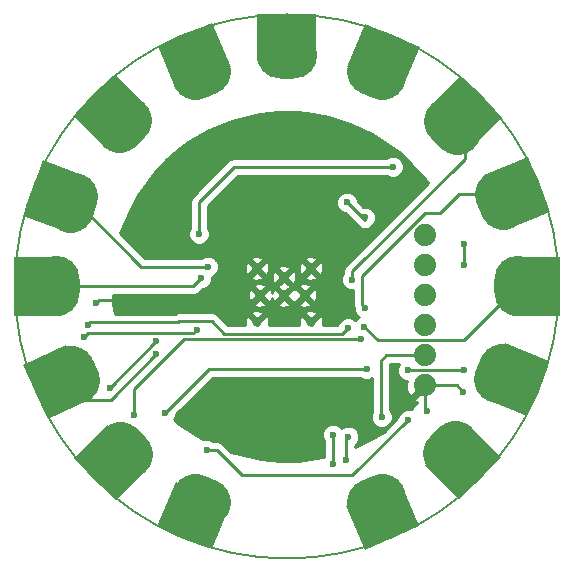
<source format=gbr>
G04 #@! TF.FileFunction,Copper,L2,Bot,Signal*
%FSLAX46Y46*%
G04 Gerber Fmt 4.6, Leading zero omitted, Abs format (unit mm)*
G04 Created by KiCad (PCBNEW 4.0.4-stable) date 01/19/17 13:05:08*
%MOMM*%
%LPD*%
G01*
G04 APERTURE LIST*
%ADD10C,0.100000*%
%ADD11C,0.150000*%
%ADD12C,0.800000*%
%ADD13C,1.879600*%
%ADD14C,4.000000*%
%ADD15O,5.100000X4.000000*%
%ADD16O,4.000000X5.100000*%
%ADD17C,0.600000*%
%ADD18C,0.250000*%
G04 APERTURE END LIST*
D10*
D11*
X107358112Y-144526000D02*
G75*
G03X107358112Y-144526000I-23030112J0D01*
G01*
D12*
X81788000Y-147574000D03*
X86360000Y-147574000D03*
X85852000Y-145288000D03*
X84074000Y-143764000D03*
X86360000Y-143002000D03*
X84074000Y-145288000D03*
X82042000Y-145288000D03*
X81788000Y-143002000D03*
D13*
X96012000Y-152908000D03*
X96012000Y-150368000D03*
X96012000Y-147828000D03*
X96012000Y-145288000D03*
X96012000Y-142748000D03*
X96012000Y-140208000D03*
D14*
X70882934Y-130408328D02*
X70105116Y-131186146D01*
D10*
G36*
X69769948Y-126537624D02*
X72598376Y-129366052D01*
X69062842Y-132901586D01*
X66234414Y-130073158D01*
X69769948Y-126537624D01*
X69769948Y-126537624D01*
G37*
D14*
X98699672Y-131334934D02*
X97921854Y-130557116D01*
D10*
G36*
X102570376Y-130221948D02*
X99741948Y-133050376D01*
X96206414Y-129514842D01*
X99034842Y-126686414D01*
X102570376Y-130221948D01*
X102570376Y-130221948D01*
G37*
D14*
X92386995Y-126740505D02*
X91374439Y-126310701D01*
D10*
G36*
X95558916Y-124258572D02*
X93995992Y-127940592D01*
X89393468Y-125986936D01*
X90956392Y-122304916D01*
X95558916Y-124258572D01*
X95558916Y-124258572D01*
G37*
D14*
X97773066Y-158643672D02*
X98550884Y-157865854D01*
D10*
G36*
X98886052Y-162514376D02*
X96057624Y-159685948D01*
X99593158Y-156150414D01*
X102421586Y-158978842D01*
X98886052Y-162514376D01*
X98886052Y-162514376D01*
G37*
D15*
X84327999Y-124968000D03*
D10*
G36*
X86828000Y-121444000D02*
X86828000Y-125444000D01*
X81828000Y-125444000D01*
X81828000Y-121444000D01*
X86828000Y-121444000D01*
X86828000Y-121444000D01*
G37*
D14*
X102583855Y-137751346D02*
X102171787Y-136731444D01*
D10*
G36*
X106581734Y-138239241D02*
X102872999Y-139737668D01*
X100999966Y-135101749D01*
X104708701Y-133603322D01*
X106581734Y-138239241D01*
X106581734Y-138239241D01*
G37*
D16*
X103886000Y-144525999D03*
D10*
G36*
X107410000Y-147026000D02*
X103410000Y-147026000D01*
X103410000Y-142026000D01*
X107410000Y-142026000D01*
X107410000Y-147026000D01*
X107410000Y-147026000D01*
G37*
D16*
X64770000Y-144526001D03*
D10*
G36*
X61246000Y-142026000D02*
X65246000Y-142026000D01*
X65246000Y-147026000D01*
X61246000Y-147026000D01*
X61246000Y-142026000D01*
X61246000Y-142026000D01*
G37*
D14*
X66303329Y-136895091D02*
X65927107Y-137928753D01*
D10*
G36*
X63658792Y-133857410D02*
X67417563Y-135225491D01*
X65707462Y-139923954D01*
X61948691Y-138555873D01*
X63658792Y-133857410D01*
X63658792Y-133857410D01*
G37*
D14*
X102108088Y-152357545D02*
X102520156Y-151337643D01*
D10*
G36*
X104645001Y-155485668D02*
X100936266Y-153987241D01*
X102809299Y-149351322D01*
X106518034Y-150849749D01*
X104645001Y-155485668D01*
X104645001Y-155485668D01*
G37*
D14*
X91334057Y-162796807D02*
X92346613Y-162367003D01*
D10*
G36*
X90916008Y-166802592D02*
X89353084Y-163120572D01*
X93955608Y-161166916D01*
X95518532Y-164848936D01*
X90916008Y-166802592D01*
X90916008Y-166802592D01*
G37*
D14*
X76523005Y-162311495D02*
X77535561Y-162741299D01*
D10*
G36*
X73351084Y-164793428D02*
X74914008Y-161111408D01*
X79516532Y-163065064D01*
X77953608Y-166747084D01*
X73351084Y-164793428D01*
X73351084Y-164793428D01*
G37*
D14*
X70210328Y-157971066D02*
X70988146Y-158748884D01*
D10*
G36*
X66339624Y-159084052D02*
X69168052Y-156255624D01*
X72703586Y-159791158D01*
X69875158Y-162619586D01*
X66339624Y-159084052D01*
X66339624Y-159084052D01*
G37*
D14*
X66026119Y-151487664D02*
X66490999Y-152484602D01*
D10*
G36*
X62008184Y-151209669D02*
X65633415Y-149519196D01*
X67746506Y-154050735D01*
X64121275Y-155741208D01*
X62008184Y-151209669D01*
X62008184Y-151209669D01*
G37*
D14*
X77575943Y-126255193D02*
X76563387Y-126684997D01*
D10*
G36*
X77993992Y-122249408D02*
X79556916Y-125931428D01*
X74954392Y-127885084D01*
X73391468Y-124203064D01*
X77993992Y-122249408D01*
X77993992Y-122249408D01*
G37*
D17*
X68199000Y-145897600D03*
X96164400Y-155092400D03*
X99237800Y-153441400D03*
X76682600Y-148183600D03*
X67132200Y-148818600D03*
X77546200Y-158369000D03*
X94564200Y-155829000D03*
X92354400Y-155575000D03*
X76885800Y-140081000D03*
X93319600Y-134391400D03*
X99314000Y-140970000D03*
X99314000Y-142748000D03*
X89306400Y-159258000D03*
X89535000Y-157251400D03*
X99364800Y-151638000D03*
X94589600Y-151638000D03*
X90576400Y-148971000D03*
X71374000Y-155448000D03*
X89484200Y-148031200D03*
X67513200Y-147751800D03*
X91084400Y-151485600D03*
X74041000Y-155219400D03*
X77063600Y-143840200D03*
X77622400Y-142849600D03*
X69342000Y-153085800D03*
X73279000Y-149148800D03*
X73279000Y-150266400D03*
X90881200Y-147929600D03*
X90957400Y-146380200D03*
X89865200Y-143941800D03*
X89408000Y-137414000D03*
X90932000Y-138684000D03*
X88214200Y-159588200D03*
X88239600Y-157073600D03*
D18*
X81635600Y-145694400D02*
X82042000Y-145288000D01*
X68402200Y-145694400D02*
X81635600Y-145694400D01*
X68199000Y-145897600D02*
X68402200Y-145694400D01*
X96012000Y-152908000D02*
X96012000Y-154940000D01*
X96012000Y-154940000D02*
X96164400Y-155092400D01*
X98704400Y-152908000D02*
X96012000Y-152908000D01*
X99237800Y-153441400D02*
X98704400Y-152908000D01*
X76403200Y-148463000D02*
X76682600Y-148183600D01*
X67487800Y-148463000D02*
X76403200Y-148463000D01*
X67132200Y-148818600D02*
X67487800Y-148463000D01*
X78409800Y-158369000D02*
X77546200Y-158369000D01*
X80568800Y-160528000D02*
X78409800Y-158369000D01*
X89865200Y-160528000D02*
X80568800Y-160528000D01*
X94564200Y-155829000D02*
X89865200Y-160528000D01*
X92735400Y-150368000D02*
X96012000Y-150368000D01*
X92303600Y-150799800D02*
X92735400Y-150368000D01*
X92303600Y-155524200D02*
X92303600Y-150799800D01*
X92354400Y-155575000D02*
X92303600Y-155524200D01*
X76885800Y-137388600D02*
X76885800Y-140081000D01*
X79883000Y-134391400D02*
X76885800Y-137388600D01*
X87122000Y-134391400D02*
X79883000Y-134391400D01*
X93319600Y-134391400D02*
X87122000Y-134391400D01*
X99314000Y-142748000D02*
X99314000Y-140970000D01*
X89306400Y-157480000D02*
X89306400Y-159258000D01*
X89535000Y-157251400D02*
X89306400Y-157480000D01*
X98161974Y-158254764D02*
X99239605Y-159332395D01*
X99364800Y-151638000D02*
X94919800Y-151638000D01*
X94919800Y-151638000D02*
X94589600Y-151638000D01*
X75590400Y-148971000D02*
X90576400Y-148971000D01*
X71348600Y-153212800D02*
X75590400Y-148971000D01*
X71348600Y-155422600D02*
X71348600Y-153212800D01*
X71374000Y-155448000D02*
X71348600Y-155422600D01*
X88994402Y-148520998D02*
X89484200Y-148031200D01*
X79026598Y-148520998D02*
X88994402Y-148520998D01*
X77952600Y-147447000D02*
X79026598Y-148520998D01*
X75209400Y-147447000D02*
X77952600Y-147447000D01*
X75082400Y-147574000D02*
X75209400Y-147447000D01*
X67691000Y-147574000D02*
X75082400Y-147574000D01*
X67513200Y-147751800D02*
X67691000Y-147574000D01*
X77774800Y-151485600D02*
X91084400Y-151485600D01*
X74041000Y-155219400D02*
X77774800Y-151485600D01*
X63246000Y-144526000D02*
X76377800Y-144526000D01*
X76377800Y-144526000D02*
X77063600Y-143840200D01*
X64683127Y-136890682D02*
X66050082Y-136890682D01*
X66050082Y-136890682D02*
X72009000Y-142849600D01*
X72009000Y-142849600D02*
X77622400Y-142849600D01*
X73279000Y-149148800D02*
X69342000Y-153085800D01*
X69418200Y-154127200D02*
X66374343Y-154127200D01*
X73279000Y-150266400D02*
X69418200Y-154127200D01*
X66374343Y-154127200D02*
X64877345Y-152630202D01*
X105410000Y-144526000D02*
X103936800Y-144526000D01*
X103936800Y-144526000D02*
X99364800Y-149098000D01*
X99364800Y-149098000D02*
X92049600Y-149098000D01*
X92049600Y-149098000D02*
X90881200Y-147929600D01*
X103790850Y-136670495D02*
X98914505Y-136670495D01*
X90678000Y-146100800D02*
X90957400Y-146380200D01*
X90678000Y-143662400D02*
X90678000Y-146100800D01*
X96037400Y-138303000D02*
X90678000Y-143662400D01*
X97282000Y-138303000D02*
X96037400Y-138303000D01*
X98914505Y-136670495D02*
X97282000Y-138303000D01*
X99388395Y-129868395D02*
X99388395Y-133707405D01*
X89865200Y-143230600D02*
X89865200Y-143941800D01*
X99388395Y-133707405D02*
X89865200Y-143230600D01*
X89408000Y-137414000D02*
X90932000Y-138938000D01*
X90932000Y-138938000D02*
X90932000Y-138684000D01*
X88214200Y-159588200D02*
X88239600Y-159562800D01*
X88239600Y-159562800D02*
X88239600Y-157073600D01*
G36*
X93664761Y-151453199D02*
X93664440Y-151821187D01*
X93804966Y-152161286D01*
X94064945Y-152421720D01*
X94404799Y-152562839D01*
X94463347Y-152562890D01*
X94427633Y-152660293D01*
X94453442Y-153285459D01*
X94643030Y-153743162D01*
X94902836Y-153834731D01*
X95829566Y-152908000D01*
X95815424Y-152893858D01*
X95997858Y-152711424D01*
X96012000Y-152725566D01*
X96026142Y-152711424D01*
X96208576Y-152893858D01*
X96194434Y-152908000D01*
X96208576Y-152922142D01*
X96026142Y-153104576D01*
X96012000Y-153090434D01*
X95085269Y-154017164D01*
X95176838Y-154276970D01*
X95354378Y-154342067D01*
X94905842Y-154827982D01*
X94805997Y-154927827D01*
X94749001Y-154904161D01*
X94381013Y-154903840D01*
X94040914Y-155044366D01*
X93780480Y-155304345D01*
X93639361Y-155644199D01*
X93639318Y-155693222D01*
X92509408Y-156823132D01*
X91457169Y-157445886D01*
X90056400Y-158119673D01*
X90056400Y-158036813D01*
X90058286Y-158036034D01*
X90318720Y-157776055D01*
X90459839Y-157436201D01*
X90460160Y-157068213D01*
X90319634Y-156728114D01*
X90059655Y-156467680D01*
X89719801Y-156326561D01*
X89351813Y-156326240D01*
X89011714Y-156466766D01*
X88976211Y-156502207D01*
X88764255Y-156289880D01*
X88424401Y-156148761D01*
X88056413Y-156148440D01*
X87716314Y-156288966D01*
X87455880Y-156548945D01*
X87314761Y-156888799D01*
X87314440Y-157256787D01*
X87454966Y-157596886D01*
X87489600Y-157631581D01*
X87489600Y-158948973D01*
X87274456Y-159008323D01*
X85284536Y-159285400D01*
X83748751Y-159285400D01*
X82163974Y-159159624D01*
X79619412Y-158517952D01*
X78940130Y-157838670D01*
X78696813Y-157676090D01*
X78409800Y-157619000D01*
X78104516Y-157619000D01*
X78070855Y-157585280D01*
X77731001Y-157444161D01*
X77363013Y-157443840D01*
X77266801Y-157483594D01*
X76646932Y-157119757D01*
X75184617Y-156161689D01*
X74777642Y-155791051D01*
X74824720Y-155744055D01*
X74965839Y-155404201D01*
X74965882Y-155355178D01*
X78085460Y-152235600D01*
X90526084Y-152235600D01*
X90559745Y-152269320D01*
X90899599Y-152410439D01*
X91267587Y-152410760D01*
X91553600Y-152292582D01*
X91553600Y-155091478D01*
X91429561Y-155390199D01*
X91429240Y-155758187D01*
X91569766Y-156098286D01*
X91829745Y-156358720D01*
X92169599Y-156499839D01*
X92537587Y-156500160D01*
X92877686Y-156359634D01*
X93138120Y-156099655D01*
X93279239Y-155759801D01*
X93279560Y-155391813D01*
X93139034Y-155051714D01*
X93053600Y-154966130D01*
X93053600Y-151118000D01*
X93803947Y-151118000D01*
X93664761Y-151453199D01*
X93664761Y-151453199D01*
G37*
X93664761Y-151453199D02*
X93664440Y-151821187D01*
X93804966Y-152161286D01*
X94064945Y-152421720D01*
X94404799Y-152562839D01*
X94463347Y-152562890D01*
X94427633Y-152660293D01*
X94453442Y-153285459D01*
X94643030Y-153743162D01*
X94902836Y-153834731D01*
X95829566Y-152908000D01*
X95815424Y-152893858D01*
X95997858Y-152711424D01*
X96012000Y-152725566D01*
X96026142Y-152711424D01*
X96208576Y-152893858D01*
X96194434Y-152908000D01*
X96208576Y-152922142D01*
X96026142Y-153104576D01*
X96012000Y-153090434D01*
X95085269Y-154017164D01*
X95176838Y-154276970D01*
X95354378Y-154342067D01*
X94905842Y-154827982D01*
X94805997Y-154927827D01*
X94749001Y-154904161D01*
X94381013Y-154903840D01*
X94040914Y-155044366D01*
X93780480Y-155304345D01*
X93639361Y-155644199D01*
X93639318Y-155693222D01*
X92509408Y-156823132D01*
X91457169Y-157445886D01*
X90056400Y-158119673D01*
X90056400Y-158036813D01*
X90058286Y-158036034D01*
X90318720Y-157776055D01*
X90459839Y-157436201D01*
X90460160Y-157068213D01*
X90319634Y-156728114D01*
X90059655Y-156467680D01*
X89719801Y-156326561D01*
X89351813Y-156326240D01*
X89011714Y-156466766D01*
X88976211Y-156502207D01*
X88764255Y-156289880D01*
X88424401Y-156148761D01*
X88056413Y-156148440D01*
X87716314Y-156288966D01*
X87455880Y-156548945D01*
X87314761Y-156888799D01*
X87314440Y-157256787D01*
X87454966Y-157596886D01*
X87489600Y-157631581D01*
X87489600Y-158948973D01*
X87274456Y-159008323D01*
X85284536Y-159285400D01*
X83748751Y-159285400D01*
X82163974Y-159159624D01*
X79619412Y-158517952D01*
X78940130Y-157838670D01*
X78696813Y-157676090D01*
X78409800Y-157619000D01*
X78104516Y-157619000D01*
X78070855Y-157585280D01*
X77731001Y-157444161D01*
X77363013Y-157443840D01*
X77266801Y-157483594D01*
X76646932Y-157119757D01*
X75184617Y-156161689D01*
X74777642Y-155791051D01*
X74824720Y-155744055D01*
X74965839Y-155404201D01*
X74965882Y-155355178D01*
X78085460Y-152235600D01*
X90526084Y-152235600D01*
X90559745Y-152269320D01*
X90899599Y-152410439D01*
X91267587Y-152410760D01*
X91553600Y-152292582D01*
X91553600Y-155091478D01*
X91429561Y-155390199D01*
X91429240Y-155758187D01*
X91569766Y-156098286D01*
X91829745Y-156358720D01*
X92169599Y-156499839D01*
X92537587Y-156500160D01*
X92877686Y-156359634D01*
X93138120Y-156099655D01*
X93279239Y-155759801D01*
X93279560Y-155391813D01*
X93139034Y-155051714D01*
X93053600Y-154966130D01*
X93053600Y-151118000D01*
X93803947Y-151118000D01*
X93664761Y-151453199D01*
G36*
X86013719Y-129841958D02*
X87904231Y-130194853D01*
X89642148Y-130748972D01*
X91505288Y-131605009D01*
X93800452Y-133168747D01*
X94754373Y-134047359D01*
X95989501Y-135433726D01*
X96237730Y-135797410D01*
X89334870Y-142700270D01*
X89172290Y-142943587D01*
X89115200Y-143230600D01*
X89115200Y-143383484D01*
X89081480Y-143417145D01*
X88940361Y-143756999D01*
X88940040Y-144124987D01*
X89080566Y-144465086D01*
X89340545Y-144725520D01*
X89680399Y-144866639D01*
X89928000Y-144866855D01*
X89928000Y-146100800D01*
X89985090Y-146387813D01*
X90032331Y-146458515D01*
X90032240Y-146563387D01*
X90172766Y-146903486D01*
X90397497Y-147128611D01*
X90357914Y-147144966D01*
X90131822Y-147370663D01*
X90008855Y-147247480D01*
X89669001Y-147106361D01*
X89301013Y-147106040D01*
X88960914Y-147246566D01*
X88700480Y-147506545D01*
X88590670Y-147770998D01*
X87381494Y-147770998D01*
X87406540Y-147692587D01*
X87372258Y-147283066D01*
X87281496Y-147063947D01*
X87077460Y-147038973D01*
X86542434Y-147574000D01*
X86556576Y-147588142D01*
X86374142Y-147770576D01*
X86360000Y-147756434D01*
X86345858Y-147770576D01*
X86163424Y-147588142D01*
X86177566Y-147574000D01*
X85642540Y-147038973D01*
X85438504Y-147063947D01*
X85313460Y-147455413D01*
X85339878Y-147770998D01*
X82809494Y-147770998D01*
X82834540Y-147692587D01*
X82800258Y-147283066D01*
X82709496Y-147063947D01*
X82505460Y-147038973D01*
X81970434Y-147574000D01*
X81984576Y-147588142D01*
X81802142Y-147770576D01*
X81788000Y-147756434D01*
X81773858Y-147770576D01*
X81591424Y-147588142D01*
X81605566Y-147574000D01*
X81070540Y-147038973D01*
X80866504Y-147063947D01*
X80741460Y-147455413D01*
X80767878Y-147770998D01*
X79337258Y-147770998D01*
X78482930Y-146916670D01*
X78392940Y-146856540D01*
X81252973Y-146856540D01*
X81788000Y-147391566D01*
X82323027Y-146856540D01*
X85824973Y-146856540D01*
X86360000Y-147391566D01*
X86895027Y-146856540D01*
X86870053Y-146652504D01*
X86478587Y-146527460D01*
X86069066Y-146561742D01*
X85849947Y-146652504D01*
X85824973Y-146856540D01*
X82323027Y-146856540D01*
X82298053Y-146652504D01*
X81906587Y-146527460D01*
X81497066Y-146561742D01*
X81277947Y-146652504D01*
X81252973Y-146856540D01*
X78392940Y-146856540D01*
X78239613Y-146754090D01*
X77952600Y-146697000D01*
X75209400Y-146697000D01*
X74922387Y-146754090D01*
X74817760Y-146824000D01*
X69745384Y-146824000D01*
X69646765Y-146005460D01*
X81506973Y-146005460D01*
X81531947Y-146209496D01*
X81923413Y-146334540D01*
X82332934Y-146300258D01*
X82552053Y-146209496D01*
X82577027Y-146005460D01*
X83538973Y-146005460D01*
X83563947Y-146209496D01*
X83955413Y-146334540D01*
X84364934Y-146300258D01*
X84584053Y-146209496D01*
X84609027Y-146005460D01*
X85316973Y-146005460D01*
X85341947Y-146209496D01*
X85733413Y-146334540D01*
X86142934Y-146300258D01*
X86362053Y-146209496D01*
X86387027Y-146005460D01*
X85852000Y-145470434D01*
X85316973Y-146005460D01*
X84609027Y-146005460D01*
X84074000Y-145470434D01*
X83538973Y-146005460D01*
X82577027Y-146005460D01*
X82042000Y-145470434D01*
X81506973Y-146005460D01*
X69646765Y-146005460D01*
X69568758Y-145358003D01*
X69570484Y-145276000D01*
X76377800Y-145276000D01*
X76664813Y-145218910D01*
X76738890Y-145169413D01*
X80995460Y-145169413D01*
X81029742Y-145578934D01*
X81120504Y-145798053D01*
X81324540Y-145823027D01*
X81859566Y-145288000D01*
X82224434Y-145288000D01*
X82759460Y-145823027D01*
X82963496Y-145798053D01*
X83055875Y-145508849D01*
X83061742Y-145578934D01*
X83152504Y-145798053D01*
X83356540Y-145823027D01*
X83891566Y-145288000D01*
X84256434Y-145288000D01*
X84791460Y-145823027D01*
X84963000Y-145802031D01*
X85134540Y-145823027D01*
X85669566Y-145288000D01*
X86034434Y-145288000D01*
X86569460Y-145823027D01*
X86773496Y-145798053D01*
X86898540Y-145406587D01*
X86864258Y-144997066D01*
X86773496Y-144777947D01*
X86569460Y-144752973D01*
X86034434Y-145288000D01*
X85669566Y-145288000D01*
X85134540Y-144752973D01*
X84963000Y-144773969D01*
X84791460Y-144752973D01*
X84256434Y-145288000D01*
X83891566Y-145288000D01*
X83356540Y-144752973D01*
X83152504Y-144777947D01*
X83060125Y-145067151D01*
X83054258Y-144997066D01*
X82963496Y-144777947D01*
X82759460Y-144752973D01*
X82224434Y-145288000D01*
X81859566Y-145288000D01*
X81324540Y-144752973D01*
X81120504Y-144777947D01*
X80995460Y-145169413D01*
X76738890Y-145169413D01*
X76908130Y-145056330D01*
X77199142Y-144765318D01*
X77246787Y-144765360D01*
X77586886Y-144624834D01*
X77641275Y-144570540D01*
X81506973Y-144570540D01*
X82042000Y-145105566D01*
X82577027Y-144570540D01*
X82566124Y-144481460D01*
X83538973Y-144481460D01*
X83544425Y-144526000D01*
X83538973Y-144570540D01*
X83551397Y-144582964D01*
X83563947Y-144685496D01*
X83696162Y-144727729D01*
X84074000Y-145105566D01*
X84430444Y-144749123D01*
X84584053Y-144685496D01*
X84596603Y-144582964D01*
X84609027Y-144570540D01*
X85316973Y-144570540D01*
X85852000Y-145105566D01*
X86387027Y-144570540D01*
X86362053Y-144366504D01*
X85970587Y-144241460D01*
X85561066Y-144275742D01*
X85341947Y-144366504D01*
X85316973Y-144570540D01*
X84609027Y-144570540D01*
X84603575Y-144526000D01*
X84609027Y-144481460D01*
X84596603Y-144469036D01*
X84584053Y-144366504D01*
X84451838Y-144324271D01*
X84074000Y-143946434D01*
X83717556Y-144302877D01*
X83563947Y-144366504D01*
X83551397Y-144469036D01*
X83538973Y-144481460D01*
X82566124Y-144481460D01*
X82552053Y-144366504D01*
X82160587Y-144241460D01*
X81751066Y-144275742D01*
X81531947Y-144366504D01*
X81506973Y-144570540D01*
X77641275Y-144570540D01*
X77847320Y-144364855D01*
X77988439Y-144025001D01*
X77988705Y-143719460D01*
X81252973Y-143719460D01*
X81277947Y-143923496D01*
X81669413Y-144048540D01*
X82078934Y-144014258D01*
X82298053Y-143923496D01*
X82323027Y-143719460D01*
X82248980Y-143645413D01*
X83027460Y-143645413D01*
X83061742Y-144054934D01*
X83152504Y-144274053D01*
X83356540Y-144299027D01*
X83891566Y-143764000D01*
X84256434Y-143764000D01*
X84791460Y-144299027D01*
X84995496Y-144274053D01*
X85120540Y-143882587D01*
X85106885Y-143719460D01*
X85824973Y-143719460D01*
X85849947Y-143923496D01*
X86241413Y-144048540D01*
X86650934Y-144014258D01*
X86870053Y-143923496D01*
X86895027Y-143719460D01*
X86360000Y-143184434D01*
X85824973Y-143719460D01*
X85106885Y-143719460D01*
X85086258Y-143473066D01*
X84995496Y-143253947D01*
X84791460Y-143228973D01*
X84256434Y-143764000D01*
X83891566Y-143764000D01*
X83356540Y-143228973D01*
X83152504Y-143253947D01*
X83027460Y-143645413D01*
X82248980Y-143645413D01*
X81788000Y-143184434D01*
X81252973Y-143719460D01*
X77988705Y-143719460D01*
X77988723Y-143699090D01*
X78145686Y-143634234D01*
X78406120Y-143374255D01*
X78547239Y-143034401D01*
X78547370Y-142883413D01*
X80741460Y-142883413D01*
X80775742Y-143292934D01*
X80866504Y-143512053D01*
X81070540Y-143537027D01*
X81605566Y-143002000D01*
X81970434Y-143002000D01*
X82505460Y-143537027D01*
X82709496Y-143512053D01*
X82834540Y-143120587D01*
X82828342Y-143046540D01*
X83538973Y-143046540D01*
X84074000Y-143581566D01*
X84609027Y-143046540D01*
X84589061Y-142883413D01*
X85313460Y-142883413D01*
X85347742Y-143292934D01*
X85438504Y-143512053D01*
X85642540Y-143537027D01*
X86177566Y-143002000D01*
X86542434Y-143002000D01*
X87077460Y-143537027D01*
X87281496Y-143512053D01*
X87406540Y-143120587D01*
X87372258Y-142711066D01*
X87281496Y-142491947D01*
X87077460Y-142466973D01*
X86542434Y-143002000D01*
X86177566Y-143002000D01*
X85642540Y-142466973D01*
X85438504Y-142491947D01*
X85313460Y-142883413D01*
X84589061Y-142883413D01*
X84584053Y-142842504D01*
X84192587Y-142717460D01*
X83783066Y-142751742D01*
X83563947Y-142842504D01*
X83538973Y-143046540D01*
X82828342Y-143046540D01*
X82800258Y-142711066D01*
X82709496Y-142491947D01*
X82505460Y-142466973D01*
X81970434Y-143002000D01*
X81605566Y-143002000D01*
X81070540Y-142466973D01*
X80866504Y-142491947D01*
X80741460Y-142883413D01*
X78547370Y-142883413D01*
X78547560Y-142666413D01*
X78407034Y-142326314D01*
X78365333Y-142284540D01*
X81252973Y-142284540D01*
X81788000Y-142819566D01*
X82323027Y-142284540D01*
X85824973Y-142284540D01*
X86360000Y-142819566D01*
X86895027Y-142284540D01*
X86870053Y-142080504D01*
X86478587Y-141955460D01*
X86069066Y-141989742D01*
X85849947Y-142080504D01*
X85824973Y-142284540D01*
X82323027Y-142284540D01*
X82298053Y-142080504D01*
X81906587Y-141955460D01*
X81497066Y-141989742D01*
X81277947Y-142080504D01*
X81252973Y-142284540D01*
X78365333Y-142284540D01*
X78147055Y-142065880D01*
X77807201Y-141924761D01*
X77439213Y-141924440D01*
X77099114Y-142064966D01*
X77064419Y-142099600D01*
X72319660Y-142099600D01*
X70484247Y-140264187D01*
X75960640Y-140264187D01*
X76101166Y-140604286D01*
X76361145Y-140864720D01*
X76700999Y-141005839D01*
X77068987Y-141006160D01*
X77409086Y-140865634D01*
X77669520Y-140605655D01*
X77810639Y-140265801D01*
X77810960Y-139897813D01*
X77670434Y-139557714D01*
X77635800Y-139523019D01*
X77635800Y-137699260D01*
X77737873Y-137597187D01*
X88482840Y-137597187D01*
X88623366Y-137937286D01*
X88883345Y-138197720D01*
X89223199Y-138338839D01*
X89272222Y-138338882D01*
X90401670Y-139468330D01*
X90644987Y-139630910D01*
X90932000Y-139688000D01*
X91219013Y-139630910D01*
X91462330Y-139468330D01*
X91475830Y-139448126D01*
X91715720Y-139208655D01*
X91856839Y-138868801D01*
X91857160Y-138500813D01*
X91716634Y-138160714D01*
X91456655Y-137900280D01*
X91116801Y-137759161D01*
X90813556Y-137758896D01*
X90333118Y-137278458D01*
X90333160Y-137230813D01*
X90192634Y-136890714D01*
X89932655Y-136630280D01*
X89592801Y-136489161D01*
X89224813Y-136488840D01*
X88884714Y-136629366D01*
X88624280Y-136889345D01*
X88483161Y-137229199D01*
X88482840Y-137597187D01*
X77737873Y-137597187D01*
X80193660Y-135141400D01*
X92761284Y-135141400D01*
X92794945Y-135175120D01*
X93134799Y-135316239D01*
X93502787Y-135316560D01*
X93842886Y-135176034D01*
X94103320Y-134916055D01*
X94244439Y-134576201D01*
X94244760Y-134208213D01*
X94104234Y-133868114D01*
X93844255Y-133607680D01*
X93504401Y-133466561D01*
X93136413Y-133466240D01*
X92796314Y-133606766D01*
X92761619Y-133641400D01*
X79883000Y-133641400D01*
X79595987Y-133698490D01*
X79361563Y-133855128D01*
X79352670Y-133861070D01*
X76355470Y-136858270D01*
X76192890Y-137101587D01*
X76135800Y-137388600D01*
X76135800Y-139522684D01*
X76102080Y-139556345D01*
X75960961Y-139896199D01*
X75960640Y-140264187D01*
X70484247Y-140264187D01*
X70238324Y-140018264D01*
X71004852Y-138101944D01*
X71733912Y-136744385D01*
X73146356Y-134827496D01*
X74151768Y-133771813D01*
X75311544Y-132813737D01*
X75964371Y-132336671D01*
X77602601Y-131353734D01*
X79667883Y-130497397D01*
X82063123Y-129917497D01*
X83546944Y-129766600D01*
X84983829Y-129766600D01*
X86013719Y-129841958D01*
X86013719Y-129841958D01*
G37*
X86013719Y-129841958D02*
X87904231Y-130194853D01*
X89642148Y-130748972D01*
X91505288Y-131605009D01*
X93800452Y-133168747D01*
X94754373Y-134047359D01*
X95989501Y-135433726D01*
X96237730Y-135797410D01*
X89334870Y-142700270D01*
X89172290Y-142943587D01*
X89115200Y-143230600D01*
X89115200Y-143383484D01*
X89081480Y-143417145D01*
X88940361Y-143756999D01*
X88940040Y-144124987D01*
X89080566Y-144465086D01*
X89340545Y-144725520D01*
X89680399Y-144866639D01*
X89928000Y-144866855D01*
X89928000Y-146100800D01*
X89985090Y-146387813D01*
X90032331Y-146458515D01*
X90032240Y-146563387D01*
X90172766Y-146903486D01*
X90397497Y-147128611D01*
X90357914Y-147144966D01*
X90131822Y-147370663D01*
X90008855Y-147247480D01*
X89669001Y-147106361D01*
X89301013Y-147106040D01*
X88960914Y-147246566D01*
X88700480Y-147506545D01*
X88590670Y-147770998D01*
X87381494Y-147770998D01*
X87406540Y-147692587D01*
X87372258Y-147283066D01*
X87281496Y-147063947D01*
X87077460Y-147038973D01*
X86542434Y-147574000D01*
X86556576Y-147588142D01*
X86374142Y-147770576D01*
X86360000Y-147756434D01*
X86345858Y-147770576D01*
X86163424Y-147588142D01*
X86177566Y-147574000D01*
X85642540Y-147038973D01*
X85438504Y-147063947D01*
X85313460Y-147455413D01*
X85339878Y-147770998D01*
X82809494Y-147770998D01*
X82834540Y-147692587D01*
X82800258Y-147283066D01*
X82709496Y-147063947D01*
X82505460Y-147038973D01*
X81970434Y-147574000D01*
X81984576Y-147588142D01*
X81802142Y-147770576D01*
X81788000Y-147756434D01*
X81773858Y-147770576D01*
X81591424Y-147588142D01*
X81605566Y-147574000D01*
X81070540Y-147038973D01*
X80866504Y-147063947D01*
X80741460Y-147455413D01*
X80767878Y-147770998D01*
X79337258Y-147770998D01*
X78482930Y-146916670D01*
X78392940Y-146856540D01*
X81252973Y-146856540D01*
X81788000Y-147391566D01*
X82323027Y-146856540D01*
X85824973Y-146856540D01*
X86360000Y-147391566D01*
X86895027Y-146856540D01*
X86870053Y-146652504D01*
X86478587Y-146527460D01*
X86069066Y-146561742D01*
X85849947Y-146652504D01*
X85824973Y-146856540D01*
X82323027Y-146856540D01*
X82298053Y-146652504D01*
X81906587Y-146527460D01*
X81497066Y-146561742D01*
X81277947Y-146652504D01*
X81252973Y-146856540D01*
X78392940Y-146856540D01*
X78239613Y-146754090D01*
X77952600Y-146697000D01*
X75209400Y-146697000D01*
X74922387Y-146754090D01*
X74817760Y-146824000D01*
X69745384Y-146824000D01*
X69646765Y-146005460D01*
X81506973Y-146005460D01*
X81531947Y-146209496D01*
X81923413Y-146334540D01*
X82332934Y-146300258D01*
X82552053Y-146209496D01*
X82577027Y-146005460D01*
X83538973Y-146005460D01*
X83563947Y-146209496D01*
X83955413Y-146334540D01*
X84364934Y-146300258D01*
X84584053Y-146209496D01*
X84609027Y-146005460D01*
X85316973Y-146005460D01*
X85341947Y-146209496D01*
X85733413Y-146334540D01*
X86142934Y-146300258D01*
X86362053Y-146209496D01*
X86387027Y-146005460D01*
X85852000Y-145470434D01*
X85316973Y-146005460D01*
X84609027Y-146005460D01*
X84074000Y-145470434D01*
X83538973Y-146005460D01*
X82577027Y-146005460D01*
X82042000Y-145470434D01*
X81506973Y-146005460D01*
X69646765Y-146005460D01*
X69568758Y-145358003D01*
X69570484Y-145276000D01*
X76377800Y-145276000D01*
X76664813Y-145218910D01*
X76738890Y-145169413D01*
X80995460Y-145169413D01*
X81029742Y-145578934D01*
X81120504Y-145798053D01*
X81324540Y-145823027D01*
X81859566Y-145288000D01*
X82224434Y-145288000D01*
X82759460Y-145823027D01*
X82963496Y-145798053D01*
X83055875Y-145508849D01*
X83061742Y-145578934D01*
X83152504Y-145798053D01*
X83356540Y-145823027D01*
X83891566Y-145288000D01*
X84256434Y-145288000D01*
X84791460Y-145823027D01*
X84963000Y-145802031D01*
X85134540Y-145823027D01*
X85669566Y-145288000D01*
X86034434Y-145288000D01*
X86569460Y-145823027D01*
X86773496Y-145798053D01*
X86898540Y-145406587D01*
X86864258Y-144997066D01*
X86773496Y-144777947D01*
X86569460Y-144752973D01*
X86034434Y-145288000D01*
X85669566Y-145288000D01*
X85134540Y-144752973D01*
X84963000Y-144773969D01*
X84791460Y-144752973D01*
X84256434Y-145288000D01*
X83891566Y-145288000D01*
X83356540Y-144752973D01*
X83152504Y-144777947D01*
X83060125Y-145067151D01*
X83054258Y-144997066D01*
X82963496Y-144777947D01*
X82759460Y-144752973D01*
X82224434Y-145288000D01*
X81859566Y-145288000D01*
X81324540Y-144752973D01*
X81120504Y-144777947D01*
X80995460Y-145169413D01*
X76738890Y-145169413D01*
X76908130Y-145056330D01*
X77199142Y-144765318D01*
X77246787Y-144765360D01*
X77586886Y-144624834D01*
X77641275Y-144570540D01*
X81506973Y-144570540D01*
X82042000Y-145105566D01*
X82577027Y-144570540D01*
X82566124Y-144481460D01*
X83538973Y-144481460D01*
X83544425Y-144526000D01*
X83538973Y-144570540D01*
X83551397Y-144582964D01*
X83563947Y-144685496D01*
X83696162Y-144727729D01*
X84074000Y-145105566D01*
X84430444Y-144749123D01*
X84584053Y-144685496D01*
X84596603Y-144582964D01*
X84609027Y-144570540D01*
X85316973Y-144570540D01*
X85852000Y-145105566D01*
X86387027Y-144570540D01*
X86362053Y-144366504D01*
X85970587Y-144241460D01*
X85561066Y-144275742D01*
X85341947Y-144366504D01*
X85316973Y-144570540D01*
X84609027Y-144570540D01*
X84603575Y-144526000D01*
X84609027Y-144481460D01*
X84596603Y-144469036D01*
X84584053Y-144366504D01*
X84451838Y-144324271D01*
X84074000Y-143946434D01*
X83717556Y-144302877D01*
X83563947Y-144366504D01*
X83551397Y-144469036D01*
X83538973Y-144481460D01*
X82566124Y-144481460D01*
X82552053Y-144366504D01*
X82160587Y-144241460D01*
X81751066Y-144275742D01*
X81531947Y-144366504D01*
X81506973Y-144570540D01*
X77641275Y-144570540D01*
X77847320Y-144364855D01*
X77988439Y-144025001D01*
X77988705Y-143719460D01*
X81252973Y-143719460D01*
X81277947Y-143923496D01*
X81669413Y-144048540D01*
X82078934Y-144014258D01*
X82298053Y-143923496D01*
X82323027Y-143719460D01*
X82248980Y-143645413D01*
X83027460Y-143645413D01*
X83061742Y-144054934D01*
X83152504Y-144274053D01*
X83356540Y-144299027D01*
X83891566Y-143764000D01*
X84256434Y-143764000D01*
X84791460Y-144299027D01*
X84995496Y-144274053D01*
X85120540Y-143882587D01*
X85106885Y-143719460D01*
X85824973Y-143719460D01*
X85849947Y-143923496D01*
X86241413Y-144048540D01*
X86650934Y-144014258D01*
X86870053Y-143923496D01*
X86895027Y-143719460D01*
X86360000Y-143184434D01*
X85824973Y-143719460D01*
X85106885Y-143719460D01*
X85086258Y-143473066D01*
X84995496Y-143253947D01*
X84791460Y-143228973D01*
X84256434Y-143764000D01*
X83891566Y-143764000D01*
X83356540Y-143228973D01*
X83152504Y-143253947D01*
X83027460Y-143645413D01*
X82248980Y-143645413D01*
X81788000Y-143184434D01*
X81252973Y-143719460D01*
X77988705Y-143719460D01*
X77988723Y-143699090D01*
X78145686Y-143634234D01*
X78406120Y-143374255D01*
X78547239Y-143034401D01*
X78547370Y-142883413D01*
X80741460Y-142883413D01*
X80775742Y-143292934D01*
X80866504Y-143512053D01*
X81070540Y-143537027D01*
X81605566Y-143002000D01*
X81970434Y-143002000D01*
X82505460Y-143537027D01*
X82709496Y-143512053D01*
X82834540Y-143120587D01*
X82828342Y-143046540D01*
X83538973Y-143046540D01*
X84074000Y-143581566D01*
X84609027Y-143046540D01*
X84589061Y-142883413D01*
X85313460Y-142883413D01*
X85347742Y-143292934D01*
X85438504Y-143512053D01*
X85642540Y-143537027D01*
X86177566Y-143002000D01*
X86542434Y-143002000D01*
X87077460Y-143537027D01*
X87281496Y-143512053D01*
X87406540Y-143120587D01*
X87372258Y-142711066D01*
X87281496Y-142491947D01*
X87077460Y-142466973D01*
X86542434Y-143002000D01*
X86177566Y-143002000D01*
X85642540Y-142466973D01*
X85438504Y-142491947D01*
X85313460Y-142883413D01*
X84589061Y-142883413D01*
X84584053Y-142842504D01*
X84192587Y-142717460D01*
X83783066Y-142751742D01*
X83563947Y-142842504D01*
X83538973Y-143046540D01*
X82828342Y-143046540D01*
X82800258Y-142711066D01*
X82709496Y-142491947D01*
X82505460Y-142466973D01*
X81970434Y-143002000D01*
X81605566Y-143002000D01*
X81070540Y-142466973D01*
X80866504Y-142491947D01*
X80741460Y-142883413D01*
X78547370Y-142883413D01*
X78547560Y-142666413D01*
X78407034Y-142326314D01*
X78365333Y-142284540D01*
X81252973Y-142284540D01*
X81788000Y-142819566D01*
X82323027Y-142284540D01*
X85824973Y-142284540D01*
X86360000Y-142819566D01*
X86895027Y-142284540D01*
X86870053Y-142080504D01*
X86478587Y-141955460D01*
X86069066Y-141989742D01*
X85849947Y-142080504D01*
X85824973Y-142284540D01*
X82323027Y-142284540D01*
X82298053Y-142080504D01*
X81906587Y-141955460D01*
X81497066Y-141989742D01*
X81277947Y-142080504D01*
X81252973Y-142284540D01*
X78365333Y-142284540D01*
X78147055Y-142065880D01*
X77807201Y-141924761D01*
X77439213Y-141924440D01*
X77099114Y-142064966D01*
X77064419Y-142099600D01*
X72319660Y-142099600D01*
X70484247Y-140264187D01*
X75960640Y-140264187D01*
X76101166Y-140604286D01*
X76361145Y-140864720D01*
X76700999Y-141005839D01*
X77068987Y-141006160D01*
X77409086Y-140865634D01*
X77669520Y-140605655D01*
X77810639Y-140265801D01*
X77810960Y-139897813D01*
X77670434Y-139557714D01*
X77635800Y-139523019D01*
X77635800Y-137699260D01*
X77737873Y-137597187D01*
X88482840Y-137597187D01*
X88623366Y-137937286D01*
X88883345Y-138197720D01*
X89223199Y-138338839D01*
X89272222Y-138338882D01*
X90401670Y-139468330D01*
X90644987Y-139630910D01*
X90932000Y-139688000D01*
X91219013Y-139630910D01*
X91462330Y-139468330D01*
X91475830Y-139448126D01*
X91715720Y-139208655D01*
X91856839Y-138868801D01*
X91857160Y-138500813D01*
X91716634Y-138160714D01*
X91456655Y-137900280D01*
X91116801Y-137759161D01*
X90813556Y-137758896D01*
X90333118Y-137278458D01*
X90333160Y-137230813D01*
X90192634Y-136890714D01*
X89932655Y-136630280D01*
X89592801Y-136489161D01*
X89224813Y-136488840D01*
X88884714Y-136629366D01*
X88624280Y-136889345D01*
X88483161Y-137229199D01*
X88482840Y-137597187D01*
X77737873Y-137597187D01*
X80193660Y-135141400D01*
X92761284Y-135141400D01*
X92794945Y-135175120D01*
X93134799Y-135316239D01*
X93502787Y-135316560D01*
X93842886Y-135176034D01*
X94103320Y-134916055D01*
X94244439Y-134576201D01*
X94244760Y-134208213D01*
X94104234Y-133868114D01*
X93844255Y-133607680D01*
X93504401Y-133466561D01*
X93136413Y-133466240D01*
X92796314Y-133606766D01*
X92761619Y-133641400D01*
X79883000Y-133641400D01*
X79595987Y-133698490D01*
X79361563Y-133855128D01*
X79352670Y-133861070D01*
X76355470Y-136858270D01*
X76192890Y-137101587D01*
X76135800Y-137388600D01*
X76135800Y-139522684D01*
X76102080Y-139556345D01*
X75960961Y-139896199D01*
X75960640Y-140264187D01*
X70484247Y-140264187D01*
X70238324Y-140018264D01*
X71004852Y-138101944D01*
X71733912Y-136744385D01*
X73146356Y-134827496D01*
X74151768Y-133771813D01*
X75311544Y-132813737D01*
X75964371Y-132336671D01*
X77602601Y-131353734D01*
X79667883Y-130497397D01*
X82063123Y-129917497D01*
X83546944Y-129766600D01*
X84983829Y-129766600D01*
X86013719Y-129841958D01*
M02*

</source>
